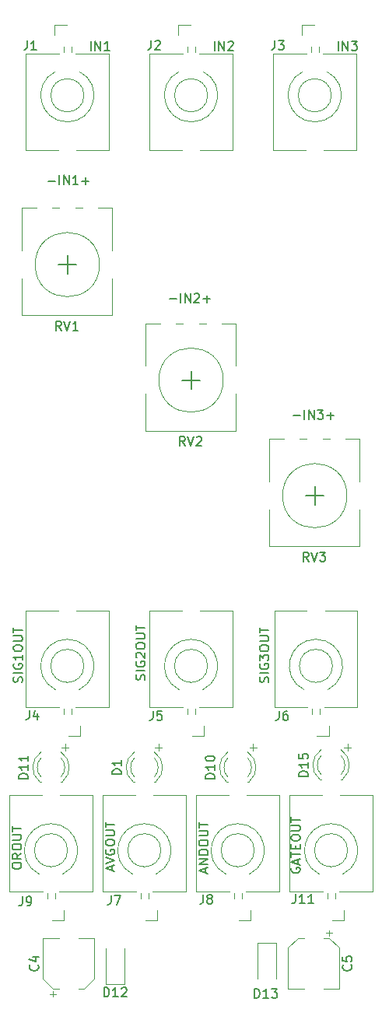
<source format=gbr>
G04 #@! TF.GenerationSoftware,KiCad,Pcbnew,(5.1.0)-1*
G04 #@! TF.CreationDate,2019-10-23T13:14:03-05:00*
G04 #@! TF.ProjectId,logiverter,6c6f6769-7665-4727-9465-722e6b696361,rev?*
G04 #@! TF.SameCoordinates,Original*
G04 #@! TF.FileFunction,Legend,Top*
G04 #@! TF.FilePolarity,Positive*
%FSLAX46Y46*%
G04 Gerber Fmt 4.6, Leading zero omitted, Abs format (unit mm)*
G04 Created by KiCad (PCBNEW (5.1.0)-1) date 2019-10-23 13:14:03*
%MOMM*%
%LPD*%
G04 APERTURE LIST*
%ADD10C,0.150000*%
%ADD11C,0.120000*%
%ADD12C,0.100000*%
G04 APERTURE END LIST*
D10*
X107616904Y-138501428D02*
X108378809Y-138501428D01*
X108855000Y-138882380D02*
X108855000Y-137882380D01*
X109331190Y-138882380D02*
X109331190Y-137882380D01*
X109902619Y-138882380D01*
X109902619Y-137882380D01*
X110283571Y-137882380D02*
X110902619Y-137882380D01*
X110569285Y-138263333D01*
X110712142Y-138263333D01*
X110807380Y-138310952D01*
X110855000Y-138358571D01*
X110902619Y-138453809D01*
X110902619Y-138691904D01*
X110855000Y-138787142D01*
X110807380Y-138834761D01*
X110712142Y-138882380D01*
X110426428Y-138882380D01*
X110331190Y-138834761D01*
X110283571Y-138787142D01*
X111331190Y-138501428D02*
X112093095Y-138501428D01*
X111712142Y-138882380D02*
X111712142Y-138120476D01*
X80946904Y-112974428D02*
X81708809Y-112974428D01*
X82185000Y-113355380D02*
X82185000Y-112355380D01*
X82661190Y-113355380D02*
X82661190Y-112355380D01*
X83232619Y-113355380D01*
X83232619Y-112355380D01*
X84232619Y-113355380D02*
X83661190Y-113355380D01*
X83946904Y-113355380D02*
X83946904Y-112355380D01*
X83851666Y-112498238D01*
X83756428Y-112593476D01*
X83661190Y-112641095D01*
X84661190Y-112974428D02*
X85423095Y-112974428D01*
X85042142Y-113355380D02*
X85042142Y-112593476D01*
X94154904Y-125801428D02*
X94916809Y-125801428D01*
X95393000Y-126182380D02*
X95393000Y-125182380D01*
X95869190Y-126182380D02*
X95869190Y-125182380D01*
X96440619Y-126182380D01*
X96440619Y-125182380D01*
X96869190Y-125277619D02*
X96916809Y-125230000D01*
X97012047Y-125182380D01*
X97250142Y-125182380D01*
X97345380Y-125230000D01*
X97393000Y-125277619D01*
X97440619Y-125372857D01*
X97440619Y-125468095D01*
X97393000Y-125610952D01*
X96821571Y-126182380D01*
X97440619Y-126182380D01*
X97869190Y-125801428D02*
X98631095Y-125801428D01*
X98250142Y-126182380D02*
X98250142Y-125420476D01*
X112538000Y-98750380D02*
X112538000Y-97750380D01*
X113014190Y-98750380D02*
X113014190Y-97750380D01*
X113585619Y-98750380D01*
X113585619Y-97750380D01*
X113966571Y-97750380D02*
X114585619Y-97750380D01*
X114252285Y-98131333D01*
X114395142Y-98131333D01*
X114490380Y-98178952D01*
X114538000Y-98226571D01*
X114585619Y-98321809D01*
X114585619Y-98559904D01*
X114538000Y-98655142D01*
X114490380Y-98702761D01*
X114395142Y-98750380D01*
X114109428Y-98750380D01*
X114014190Y-98702761D01*
X113966571Y-98655142D01*
X99076000Y-98750380D02*
X99076000Y-97750380D01*
X99552190Y-98750380D02*
X99552190Y-97750380D01*
X100123619Y-98750380D01*
X100123619Y-97750380D01*
X100552190Y-97845619D02*
X100599809Y-97798000D01*
X100695047Y-97750380D01*
X100933142Y-97750380D01*
X101028380Y-97798000D01*
X101076000Y-97845619D01*
X101123619Y-97940857D01*
X101123619Y-98036095D01*
X101076000Y-98178952D01*
X100504571Y-98750380D01*
X101123619Y-98750380D01*
X85614000Y-98750380D02*
X85614000Y-97750380D01*
X86090190Y-98750380D02*
X86090190Y-97750380D01*
X86661619Y-98750380D01*
X86661619Y-97750380D01*
X87661619Y-98750380D02*
X87090190Y-98750380D01*
X87375904Y-98750380D02*
X87375904Y-97750380D01*
X87280666Y-97893238D01*
X87185428Y-97988476D01*
X87090190Y-98036095D01*
D11*
X113157000Y-174625000D02*
X113919000Y-174625000D01*
X113538000Y-174244000D02*
X113538000Y-175006000D01*
X102870000Y-174625000D02*
X103632000Y-174625000D01*
X103251000Y-174244000D02*
X103251000Y-175006000D01*
X92583000Y-174625000D02*
X93345000Y-174625000D01*
X92964000Y-174244000D02*
X92964000Y-175006000D01*
X82423000Y-174625000D02*
X83185000Y-174625000D01*
X82804000Y-174244000D02*
X82804000Y-175006000D01*
X105482000Y-99135000D02*
X105482000Y-109635000D01*
X114482000Y-99135000D02*
X114482000Y-109635000D01*
X108685737Y-101046423D02*
G75*
G03X109982000Y-106530000I1296263J-2588577D01*
G01*
X111278263Y-101046423D02*
G75*
G02X109982000Y-106530000I-1296263J-2588577D01*
G01*
X114482000Y-109635000D02*
X110982000Y-109635000D01*
X108982000Y-109635000D02*
X105482000Y-109635000D01*
X114482000Y-99135000D02*
X110882000Y-99135000D01*
X109082000Y-99135000D02*
X105482000Y-99135000D01*
X111782000Y-103635000D02*
G75*
G03X111782000Y-103635000I-1800000J0D01*
G01*
X109562000Y-98355000D02*
X109562000Y-98955000D01*
X110402000Y-98355000D02*
X110402000Y-98955000D01*
X108582000Y-95975000D02*
X108582000Y-97075000D01*
X108582000Y-95975000D02*
X109902000Y-95975000D01*
X114609000Y-170232000D02*
X114609000Y-159732000D01*
X105609000Y-170232000D02*
X105609000Y-159732000D01*
X111405263Y-168320577D02*
G75*
G03X110109000Y-162837000I-1296263J2588577D01*
G01*
X108812737Y-168320577D02*
G75*
G02X110109000Y-162837000I1296263J2588577D01*
G01*
X105609000Y-159732000D02*
X109109000Y-159732000D01*
X111109000Y-159732000D02*
X114609000Y-159732000D01*
X105609000Y-170232000D02*
X109209000Y-170232000D01*
X111009000Y-170232000D02*
X114609000Y-170232000D01*
X111909000Y-165732000D02*
G75*
G03X111909000Y-165732000I-1800000J0D01*
G01*
X110529000Y-171012000D02*
X110529000Y-170412000D01*
X109689000Y-171012000D02*
X109689000Y-170412000D01*
X111509000Y-173392000D02*
X111509000Y-172292000D01*
X111509000Y-173392000D02*
X110189000Y-173392000D01*
X97920000Y-173392000D02*
X96600000Y-173392000D01*
X97920000Y-173392000D02*
X97920000Y-172292000D01*
X96100000Y-171012000D02*
X96100000Y-170412000D01*
X96940000Y-171012000D02*
X96940000Y-170412000D01*
X98320000Y-165732000D02*
G75*
G03X98320000Y-165732000I-1800000J0D01*
G01*
X97420000Y-170232000D02*
X101020000Y-170232000D01*
X92020000Y-170232000D02*
X95620000Y-170232000D01*
X97520000Y-159732000D02*
X101020000Y-159732000D01*
X92020000Y-159732000D02*
X95520000Y-159732000D01*
X95223737Y-168320577D02*
G75*
G02X96520000Y-162837000I1296263J2588577D01*
G01*
X97816263Y-168320577D02*
G75*
G03X96520000Y-162837000I-1296263J2588577D01*
G01*
X92020000Y-170232000D02*
X92020000Y-159732000D01*
X101020000Y-170232000D02*
X101020000Y-159732000D01*
X116260000Y-190298000D02*
X116260000Y-179798000D01*
X107260000Y-190298000D02*
X107260000Y-179798000D01*
X113056263Y-188386577D02*
G75*
G03X111760000Y-182903000I-1296263J2588577D01*
G01*
X110463737Y-188386577D02*
G75*
G02X111760000Y-182903000I1296263J2588577D01*
G01*
X107260000Y-179798000D02*
X110760000Y-179798000D01*
X112760000Y-179798000D02*
X116260000Y-179798000D01*
X107260000Y-190298000D02*
X110860000Y-190298000D01*
X112660000Y-190298000D02*
X116260000Y-190298000D01*
X113560000Y-185798000D02*
G75*
G03X113560000Y-185798000I-1800000J0D01*
G01*
X112180000Y-191078000D02*
X112180000Y-190478000D01*
X111340000Y-191078000D02*
X111340000Y-190478000D01*
X113160000Y-193458000D02*
X113160000Y-192358000D01*
X113160000Y-193458000D02*
X111840000Y-193458000D01*
X112840000Y-178090000D02*
X112996000Y-178090000D01*
X110524000Y-178090000D02*
X110680000Y-178090000D01*
X112839837Y-175488870D02*
G75*
G02X112840000Y-177570961I-1079837J-1041130D01*
G01*
X110680163Y-175488870D02*
G75*
G03X110680000Y-177570961I1079837J-1041130D01*
G01*
X112838608Y-174857665D02*
G75*
G02X112995516Y-178090000I-1078608J-1672335D01*
G01*
X110681392Y-174857665D02*
G75*
G03X110524484Y-178090000I1078608J-1672335D01*
G01*
X114842000Y-148691600D02*
X114842000Y-152708000D01*
X105042000Y-141058000D02*
X105042000Y-145643600D01*
X105042000Y-148691600D02*
X105042000Y-152708000D01*
D12*
X113482000Y-147208000D02*
G75*
G03X113482000Y-147208000I-3500000J0D01*
G01*
D11*
X114842000Y-141058000D02*
X114842000Y-145643600D01*
X114842000Y-141058000D02*
X113342000Y-141058000D01*
X111592000Y-141058000D02*
X110833000Y-141058000D01*
X109101000Y-141058000D02*
X108342000Y-141058000D01*
X106592000Y-141058000D02*
X105042000Y-141058000D01*
X114842000Y-152708000D02*
X105042000Y-152708000D01*
D10*
X109982000Y-147208000D02*
X109982000Y-148208000D01*
X109982000Y-147208000D02*
X110982000Y-147208000D01*
X109982000Y-147208000D02*
X109982000Y-146208000D01*
X109982000Y-147208000D02*
X108982000Y-147208000D01*
D11*
X101380000Y-136118600D02*
X101380000Y-140135000D01*
X91580000Y-128485000D02*
X91580000Y-133070600D01*
X91580000Y-136118600D02*
X91580000Y-140135000D01*
D12*
X100020000Y-134635000D02*
G75*
G03X100020000Y-134635000I-3500000J0D01*
G01*
D11*
X101380000Y-128485000D02*
X101380000Y-133070600D01*
X101380000Y-128485000D02*
X99880000Y-128485000D01*
X98130000Y-128485000D02*
X97371000Y-128485000D01*
X95639000Y-128485000D02*
X94880000Y-128485000D01*
X93130000Y-128485000D02*
X91580000Y-128485000D01*
X101380000Y-140135000D02*
X91580000Y-140135000D01*
D10*
X96520000Y-134635000D02*
X96520000Y-135635000D01*
X96520000Y-134635000D02*
X97520000Y-134635000D01*
X96520000Y-134635000D02*
X96520000Y-133635000D01*
X96520000Y-134635000D02*
X95520000Y-134635000D01*
D11*
X87918000Y-123545600D02*
X87918000Y-127562000D01*
X78118000Y-115912000D02*
X78118000Y-120497600D01*
X78118000Y-123545600D02*
X78118000Y-127562000D01*
D12*
X86558000Y-122062000D02*
G75*
G03X86558000Y-122062000I-3500000J0D01*
G01*
D11*
X87918000Y-115912000D02*
X87918000Y-120497600D01*
X87918000Y-115912000D02*
X86418000Y-115912000D01*
X84668000Y-115912000D02*
X83909000Y-115912000D01*
X82177000Y-115912000D02*
X81418000Y-115912000D01*
X79668000Y-115912000D02*
X78118000Y-115912000D01*
X87918000Y-127562000D02*
X78118000Y-127562000D01*
D10*
X83058000Y-122062000D02*
X83058000Y-123062000D01*
X83058000Y-122062000D02*
X84058000Y-122062000D01*
X83058000Y-122062000D02*
X83058000Y-121062000D01*
X83058000Y-122062000D02*
X82058000Y-122062000D01*
D11*
X85780000Y-190298000D02*
X85780000Y-179798000D01*
X76780000Y-190298000D02*
X76780000Y-179798000D01*
X82576263Y-188386577D02*
G75*
G03X81280000Y-182903000I-1296263J2588577D01*
G01*
X79983737Y-188386577D02*
G75*
G02X81280000Y-182903000I1296263J2588577D01*
G01*
X76780000Y-179798000D02*
X80280000Y-179798000D01*
X82280000Y-179798000D02*
X85780000Y-179798000D01*
X76780000Y-190298000D02*
X80380000Y-190298000D01*
X82180000Y-190298000D02*
X85780000Y-190298000D01*
X83080000Y-185798000D02*
G75*
G03X83080000Y-185798000I-1800000J0D01*
G01*
X81700000Y-191078000D02*
X81700000Y-190478000D01*
X80860000Y-191078000D02*
X80860000Y-190478000D01*
X82680000Y-193458000D02*
X82680000Y-192358000D01*
X82680000Y-193458000D02*
X81360000Y-193458000D01*
X103000000Y-193458000D02*
X101680000Y-193458000D01*
X103000000Y-193458000D02*
X103000000Y-192358000D01*
X101180000Y-191078000D02*
X101180000Y-190478000D01*
X102020000Y-191078000D02*
X102020000Y-190478000D01*
X103400000Y-185798000D02*
G75*
G03X103400000Y-185798000I-1800000J0D01*
G01*
X102500000Y-190298000D02*
X106100000Y-190298000D01*
X97100000Y-190298000D02*
X100700000Y-190298000D01*
X102600000Y-179798000D02*
X106100000Y-179798000D01*
X97100000Y-179798000D02*
X100600000Y-179798000D01*
X100303737Y-188386577D02*
G75*
G02X101600000Y-182903000I1296263J2588577D01*
G01*
X102896263Y-188386577D02*
G75*
G03X101600000Y-182903000I-1296263J2588577D01*
G01*
X97100000Y-190298000D02*
X97100000Y-179798000D01*
X106100000Y-190298000D02*
X106100000Y-179798000D01*
X95940000Y-190298000D02*
X95940000Y-179798000D01*
X86940000Y-190298000D02*
X86940000Y-179798000D01*
X92736263Y-188386577D02*
G75*
G03X91440000Y-182903000I-1296263J2588577D01*
G01*
X90143737Y-188386577D02*
G75*
G02X91440000Y-182903000I1296263J2588577D01*
G01*
X86940000Y-179798000D02*
X90440000Y-179798000D01*
X92440000Y-179798000D02*
X95940000Y-179798000D01*
X86940000Y-190298000D02*
X90540000Y-190298000D01*
X92340000Y-190298000D02*
X95940000Y-190298000D01*
X93240000Y-185798000D02*
G75*
G03X93240000Y-185798000I-1800000J0D01*
G01*
X91860000Y-191078000D02*
X91860000Y-190478000D01*
X91020000Y-191078000D02*
X91020000Y-190478000D01*
X92840000Y-193458000D02*
X92840000Y-192358000D01*
X92840000Y-193458000D02*
X91520000Y-193458000D01*
X84458000Y-173392000D02*
X83138000Y-173392000D01*
X84458000Y-173392000D02*
X84458000Y-172292000D01*
X82638000Y-171012000D02*
X82638000Y-170412000D01*
X83478000Y-171012000D02*
X83478000Y-170412000D01*
X84858000Y-165732000D02*
G75*
G03X84858000Y-165732000I-1800000J0D01*
G01*
X83958000Y-170232000D02*
X87558000Y-170232000D01*
X78558000Y-170232000D02*
X82158000Y-170232000D01*
X84058000Y-159732000D02*
X87558000Y-159732000D01*
X78558000Y-159732000D02*
X82058000Y-159732000D01*
X81761737Y-168320577D02*
G75*
G02X83058000Y-162837000I1296263J2588577D01*
G01*
X84354263Y-168320577D02*
G75*
G03X83058000Y-162837000I-1296263J2588577D01*
G01*
X78558000Y-170232000D02*
X78558000Y-159732000D01*
X87558000Y-170232000D02*
X87558000Y-159732000D01*
X92020000Y-99135000D02*
X92020000Y-109635000D01*
X101020000Y-99135000D02*
X101020000Y-109635000D01*
X95223737Y-101046423D02*
G75*
G03X96520000Y-106530000I1296263J-2588577D01*
G01*
X97816263Y-101046423D02*
G75*
G02X96520000Y-106530000I-1296263J-2588577D01*
G01*
X101020000Y-109635000D02*
X97520000Y-109635000D01*
X95520000Y-109635000D02*
X92020000Y-109635000D01*
X101020000Y-99135000D02*
X97420000Y-99135000D01*
X95620000Y-99135000D02*
X92020000Y-99135000D01*
X98320000Y-103635000D02*
G75*
G03X98320000Y-103635000I-1800000J0D01*
G01*
X96100000Y-98355000D02*
X96100000Y-98955000D01*
X96940000Y-98355000D02*
X96940000Y-98955000D01*
X95120000Y-95975000D02*
X95120000Y-97075000D01*
X95120000Y-95975000D02*
X96440000Y-95975000D01*
X78558000Y-99135000D02*
X78558000Y-109635000D01*
X87558000Y-99135000D02*
X87558000Y-109635000D01*
X81761737Y-101046423D02*
G75*
G03X83058000Y-106530000I1296263J-2588577D01*
G01*
X84354263Y-101046423D02*
G75*
G02X83058000Y-106530000I-1296263J-2588577D01*
G01*
X87558000Y-109635000D02*
X84058000Y-109635000D01*
X82058000Y-109635000D02*
X78558000Y-109635000D01*
X87558000Y-99135000D02*
X83958000Y-99135000D01*
X82158000Y-99135000D02*
X78558000Y-99135000D01*
X84858000Y-103635000D02*
G75*
G03X84858000Y-103635000I-1800000J0D01*
G01*
X82638000Y-98355000D02*
X82638000Y-98955000D01*
X83478000Y-98355000D02*
X83478000Y-98955000D01*
X81658000Y-95975000D02*
X81658000Y-97075000D01*
X81658000Y-95975000D02*
X82978000Y-95975000D01*
X105775000Y-195870000D02*
X105775000Y-199770000D01*
X103775000Y-195870000D02*
X103775000Y-199770000D01*
X105775000Y-195870000D02*
X103775000Y-195870000D01*
X87265000Y-200370000D02*
X87265000Y-196470000D01*
X89265000Y-200370000D02*
X89265000Y-196470000D01*
X87265000Y-200370000D02*
X89265000Y-200370000D01*
X82360000Y-178344000D02*
X82516000Y-178344000D01*
X80044000Y-178344000D02*
X80200000Y-178344000D01*
X82359837Y-175742870D02*
G75*
G02X82360000Y-177824961I-1079837J-1041130D01*
G01*
X80200163Y-175742870D02*
G75*
G03X80200000Y-177824961I1079837J-1041130D01*
G01*
X82358608Y-175111665D02*
G75*
G02X82515516Y-178344000I-1078608J-1672335D01*
G01*
X80201392Y-175111665D02*
G75*
G03X80044484Y-178344000I1078608J-1672335D01*
G01*
X100521392Y-175111665D02*
G75*
G03X100364484Y-178344000I1078608J-1672335D01*
G01*
X102678608Y-175111665D02*
G75*
G02X102835516Y-178344000I-1078608J-1672335D01*
G01*
X100520163Y-175742870D02*
G75*
G03X100520000Y-177824961I1079837J-1041130D01*
G01*
X102679837Y-175742870D02*
G75*
G02X102680000Y-177824961I-1079837J-1041130D01*
G01*
X100364000Y-178344000D02*
X100520000Y-178344000D01*
X102680000Y-178344000D02*
X102836000Y-178344000D01*
X92520000Y-178344000D02*
X92676000Y-178344000D01*
X90204000Y-178344000D02*
X90360000Y-178344000D01*
X92519837Y-175742870D02*
G75*
G02X92520000Y-177824961I-1079837J-1041130D01*
G01*
X90360163Y-175742870D02*
G75*
G03X90360000Y-177824961I1079837J-1041130D01*
G01*
X92518608Y-175111665D02*
G75*
G02X92675516Y-178344000I-1078608J-1672335D01*
G01*
X90361392Y-175111665D02*
G75*
G03X90204484Y-178344000I1078608J-1672335D01*
G01*
X111852500Y-194807500D02*
X111227500Y-194807500D01*
X111540000Y-194495000D02*
X111540000Y-195120000D01*
X108159437Y-195360000D02*
X107095000Y-196424437D01*
X111550563Y-195360000D02*
X112615000Y-196424437D01*
X111550563Y-195360000D02*
X110915000Y-195360000D01*
X108159437Y-195360000D02*
X108795000Y-195360000D01*
X107095000Y-196424437D02*
X107095000Y-200880000D01*
X112615000Y-196424437D02*
X112615000Y-200880000D01*
X112615000Y-200880000D02*
X110915000Y-200880000D01*
X107095000Y-200880000D02*
X108795000Y-200880000D01*
X81187500Y-201432500D02*
X81812500Y-201432500D01*
X81500000Y-201745000D02*
X81500000Y-201120000D01*
X84880563Y-200880000D02*
X85945000Y-199815563D01*
X81489437Y-200880000D02*
X80425000Y-199815563D01*
X81489437Y-200880000D02*
X82125000Y-200880000D01*
X84880563Y-200880000D02*
X84245000Y-200880000D01*
X85945000Y-199815563D02*
X85945000Y-195360000D01*
X80425000Y-199815563D02*
X80425000Y-195360000D01*
X80425000Y-195360000D02*
X82125000Y-195360000D01*
X85945000Y-195360000D02*
X84245000Y-195360000D01*
D10*
X105618666Y-97687380D02*
X105618666Y-98401666D01*
X105571047Y-98544523D01*
X105475809Y-98639761D01*
X105332952Y-98687380D01*
X105237714Y-98687380D01*
X105999619Y-97687380D02*
X106618666Y-97687380D01*
X106285333Y-98068333D01*
X106428190Y-98068333D01*
X106523428Y-98115952D01*
X106571047Y-98163571D01*
X106618666Y-98258809D01*
X106618666Y-98496904D01*
X106571047Y-98592142D01*
X106523428Y-98639761D01*
X106428190Y-98687380D01*
X106142476Y-98687380D01*
X106047238Y-98639761D01*
X105999619Y-98592142D01*
X106092666Y-170648380D02*
X106092666Y-171362666D01*
X106045047Y-171505523D01*
X105949809Y-171600761D01*
X105806952Y-171648380D01*
X105711714Y-171648380D01*
X106997428Y-170648380D02*
X106806952Y-170648380D01*
X106711714Y-170696000D01*
X106664095Y-170743619D01*
X106568857Y-170886476D01*
X106521238Y-171076952D01*
X106521238Y-171457904D01*
X106568857Y-171553142D01*
X106616476Y-171600761D01*
X106711714Y-171648380D01*
X106902190Y-171648380D01*
X106997428Y-171600761D01*
X107045047Y-171553142D01*
X107092666Y-171457904D01*
X107092666Y-171219809D01*
X107045047Y-171124571D01*
X106997428Y-171076952D01*
X106902190Y-171029333D01*
X106711714Y-171029333D01*
X106616476Y-171076952D01*
X106568857Y-171124571D01*
X106521238Y-171219809D01*
X104925761Y-167520571D02*
X104973380Y-167377714D01*
X104973380Y-167139619D01*
X104925761Y-167044380D01*
X104878142Y-166996761D01*
X104782904Y-166949142D01*
X104687666Y-166949142D01*
X104592428Y-166996761D01*
X104544809Y-167044380D01*
X104497190Y-167139619D01*
X104449571Y-167330095D01*
X104401952Y-167425333D01*
X104354333Y-167472952D01*
X104259095Y-167520571D01*
X104163857Y-167520571D01*
X104068619Y-167472952D01*
X104021000Y-167425333D01*
X103973380Y-167330095D01*
X103973380Y-167092000D01*
X104021000Y-166949142D01*
X104973380Y-166520571D02*
X103973380Y-166520571D01*
X104021000Y-165520571D02*
X103973380Y-165615809D01*
X103973380Y-165758666D01*
X104021000Y-165901523D01*
X104116238Y-165996761D01*
X104211476Y-166044380D01*
X104401952Y-166092000D01*
X104544809Y-166092000D01*
X104735285Y-166044380D01*
X104830523Y-165996761D01*
X104925761Y-165901523D01*
X104973380Y-165758666D01*
X104973380Y-165663428D01*
X104925761Y-165520571D01*
X104878142Y-165472952D01*
X104544809Y-165472952D01*
X104544809Y-165663428D01*
X103973380Y-165139619D02*
X103973380Y-164520571D01*
X104354333Y-164853904D01*
X104354333Y-164711047D01*
X104401952Y-164615809D01*
X104449571Y-164568190D01*
X104544809Y-164520571D01*
X104782904Y-164520571D01*
X104878142Y-164568190D01*
X104925761Y-164615809D01*
X104973380Y-164711047D01*
X104973380Y-164996761D01*
X104925761Y-165092000D01*
X104878142Y-165139619D01*
X103973380Y-163901523D02*
X103973380Y-163711047D01*
X104021000Y-163615809D01*
X104116238Y-163520571D01*
X104306714Y-163472952D01*
X104640047Y-163472952D01*
X104830523Y-163520571D01*
X104925761Y-163615809D01*
X104973380Y-163711047D01*
X104973380Y-163901523D01*
X104925761Y-163996761D01*
X104830523Y-164092000D01*
X104640047Y-164139619D01*
X104306714Y-164139619D01*
X104116238Y-164092000D01*
X104021000Y-163996761D01*
X103973380Y-163901523D01*
X103973380Y-163044380D02*
X104782904Y-163044380D01*
X104878142Y-162996761D01*
X104925761Y-162949142D01*
X104973380Y-162853904D01*
X104973380Y-162663428D01*
X104925761Y-162568190D01*
X104878142Y-162520571D01*
X104782904Y-162472952D01*
X103973380Y-162472952D01*
X103973380Y-162139619D02*
X103973380Y-161568190D01*
X104973380Y-161853904D02*
X103973380Y-161853904D01*
X92376666Y-170648380D02*
X92376666Y-171362666D01*
X92329047Y-171505523D01*
X92233809Y-171600761D01*
X92090952Y-171648380D01*
X91995714Y-171648380D01*
X93329047Y-170648380D02*
X92852857Y-170648380D01*
X92805238Y-171124571D01*
X92852857Y-171076952D01*
X92948095Y-171029333D01*
X93186190Y-171029333D01*
X93281428Y-171076952D01*
X93329047Y-171124571D01*
X93376666Y-171219809D01*
X93376666Y-171457904D01*
X93329047Y-171553142D01*
X93281428Y-171600761D01*
X93186190Y-171648380D01*
X92948095Y-171648380D01*
X92852857Y-171600761D01*
X92805238Y-171553142D01*
X91463761Y-167266571D02*
X91511380Y-167123714D01*
X91511380Y-166885619D01*
X91463761Y-166790380D01*
X91416142Y-166742761D01*
X91320904Y-166695142D01*
X91225666Y-166695142D01*
X91130428Y-166742761D01*
X91082809Y-166790380D01*
X91035190Y-166885619D01*
X90987571Y-167076095D01*
X90939952Y-167171333D01*
X90892333Y-167218952D01*
X90797095Y-167266571D01*
X90701857Y-167266571D01*
X90606619Y-167218952D01*
X90559000Y-167171333D01*
X90511380Y-167076095D01*
X90511380Y-166838000D01*
X90559000Y-166695142D01*
X91511380Y-166266571D02*
X90511380Y-166266571D01*
X90559000Y-165266571D02*
X90511380Y-165361809D01*
X90511380Y-165504666D01*
X90559000Y-165647523D01*
X90654238Y-165742761D01*
X90749476Y-165790380D01*
X90939952Y-165838000D01*
X91082809Y-165838000D01*
X91273285Y-165790380D01*
X91368523Y-165742761D01*
X91463761Y-165647523D01*
X91511380Y-165504666D01*
X91511380Y-165409428D01*
X91463761Y-165266571D01*
X91416142Y-165218952D01*
X91082809Y-165218952D01*
X91082809Y-165409428D01*
X90606619Y-164838000D02*
X90559000Y-164790380D01*
X90511380Y-164695142D01*
X90511380Y-164457047D01*
X90559000Y-164361809D01*
X90606619Y-164314190D01*
X90701857Y-164266571D01*
X90797095Y-164266571D01*
X90939952Y-164314190D01*
X91511380Y-164885619D01*
X91511380Y-164266571D01*
X90511380Y-163647523D02*
X90511380Y-163457047D01*
X90559000Y-163361809D01*
X90654238Y-163266571D01*
X90844714Y-163218952D01*
X91178047Y-163218952D01*
X91368523Y-163266571D01*
X91463761Y-163361809D01*
X91511380Y-163457047D01*
X91511380Y-163647523D01*
X91463761Y-163742761D01*
X91368523Y-163838000D01*
X91178047Y-163885619D01*
X90844714Y-163885619D01*
X90654238Y-163838000D01*
X90559000Y-163742761D01*
X90511380Y-163647523D01*
X90511380Y-162790380D02*
X91320904Y-162790380D01*
X91416142Y-162742761D01*
X91463761Y-162695142D01*
X91511380Y-162599904D01*
X91511380Y-162409428D01*
X91463761Y-162314190D01*
X91416142Y-162266571D01*
X91320904Y-162218952D01*
X90511380Y-162218952D01*
X90511380Y-161885619D02*
X90511380Y-161314190D01*
X91511380Y-161599904D02*
X90511380Y-161599904D01*
X107902476Y-190587380D02*
X107902476Y-191301666D01*
X107854857Y-191444523D01*
X107759619Y-191539761D01*
X107616761Y-191587380D01*
X107521523Y-191587380D01*
X108902476Y-191587380D02*
X108331047Y-191587380D01*
X108616761Y-191587380D02*
X108616761Y-190587380D01*
X108521523Y-190730238D01*
X108426285Y-190825476D01*
X108331047Y-190873095D01*
X109854857Y-191587380D02*
X109283428Y-191587380D01*
X109569142Y-191587380D02*
X109569142Y-190587380D01*
X109473904Y-190730238D01*
X109378666Y-190825476D01*
X109283428Y-190873095D01*
X107450000Y-187721571D02*
X107402380Y-187816809D01*
X107402380Y-187959666D01*
X107450000Y-188102523D01*
X107545238Y-188197761D01*
X107640476Y-188245380D01*
X107830952Y-188293000D01*
X107973809Y-188293000D01*
X108164285Y-188245380D01*
X108259523Y-188197761D01*
X108354761Y-188102523D01*
X108402380Y-187959666D01*
X108402380Y-187864428D01*
X108354761Y-187721571D01*
X108307142Y-187673952D01*
X107973809Y-187673952D01*
X107973809Y-187864428D01*
X108116666Y-187293000D02*
X108116666Y-186816809D01*
X108402380Y-187388238D02*
X107402380Y-187054904D01*
X108402380Y-186721571D01*
X107402380Y-186531095D02*
X107402380Y-185959666D01*
X108402380Y-186245380D02*
X107402380Y-186245380D01*
X107878571Y-185626333D02*
X107878571Y-185293000D01*
X108402380Y-185150142D02*
X108402380Y-185626333D01*
X107402380Y-185626333D01*
X107402380Y-185150142D01*
X107402380Y-184531095D02*
X107402380Y-184340619D01*
X107450000Y-184245380D01*
X107545238Y-184150142D01*
X107735714Y-184102523D01*
X108069047Y-184102523D01*
X108259523Y-184150142D01*
X108354761Y-184245380D01*
X108402380Y-184340619D01*
X108402380Y-184531095D01*
X108354761Y-184626333D01*
X108259523Y-184721571D01*
X108069047Y-184769190D01*
X107735714Y-184769190D01*
X107545238Y-184721571D01*
X107450000Y-184626333D01*
X107402380Y-184531095D01*
X107402380Y-183673952D02*
X108211904Y-183673952D01*
X108307142Y-183626333D01*
X108354761Y-183578714D01*
X108402380Y-183483476D01*
X108402380Y-183293000D01*
X108354761Y-183197761D01*
X108307142Y-183150142D01*
X108211904Y-183102523D01*
X107402380Y-183102523D01*
X107402380Y-182769190D02*
X107402380Y-182197761D01*
X108402380Y-182483476D02*
X107402380Y-182483476D01*
X109252380Y-177744285D02*
X108252380Y-177744285D01*
X108252380Y-177506190D01*
X108300000Y-177363333D01*
X108395238Y-177268095D01*
X108490476Y-177220476D01*
X108680952Y-177172857D01*
X108823809Y-177172857D01*
X109014285Y-177220476D01*
X109109523Y-177268095D01*
X109204761Y-177363333D01*
X109252380Y-177506190D01*
X109252380Y-177744285D01*
X109252380Y-176220476D02*
X109252380Y-176791904D01*
X109252380Y-176506190D02*
X108252380Y-176506190D01*
X108395238Y-176601428D01*
X108490476Y-176696666D01*
X108538095Y-176791904D01*
X108252380Y-175315714D02*
X108252380Y-175791904D01*
X108728571Y-175839523D01*
X108680952Y-175791904D01*
X108633333Y-175696666D01*
X108633333Y-175458571D01*
X108680952Y-175363333D01*
X108728571Y-175315714D01*
X108823809Y-175268095D01*
X109061904Y-175268095D01*
X109157142Y-175315714D01*
X109204761Y-175363333D01*
X109252380Y-175458571D01*
X109252380Y-175696666D01*
X109204761Y-175791904D01*
X109157142Y-175839523D01*
X109346761Y-154360380D02*
X109013428Y-153884190D01*
X108775333Y-154360380D02*
X108775333Y-153360380D01*
X109156285Y-153360380D01*
X109251523Y-153408000D01*
X109299142Y-153455619D01*
X109346761Y-153550857D01*
X109346761Y-153693714D01*
X109299142Y-153788952D01*
X109251523Y-153836571D01*
X109156285Y-153884190D01*
X108775333Y-153884190D01*
X109632476Y-153360380D02*
X109965809Y-154360380D01*
X110299142Y-153360380D01*
X110537238Y-153360380D02*
X111156285Y-153360380D01*
X110822952Y-153741333D01*
X110965809Y-153741333D01*
X111061047Y-153788952D01*
X111108666Y-153836571D01*
X111156285Y-153931809D01*
X111156285Y-154169904D01*
X111108666Y-154265142D01*
X111061047Y-154312761D01*
X110965809Y-154360380D01*
X110680095Y-154360380D01*
X110584857Y-154312761D01*
X110537238Y-154265142D01*
X95884761Y-141787380D02*
X95551428Y-141311190D01*
X95313333Y-141787380D02*
X95313333Y-140787380D01*
X95694285Y-140787380D01*
X95789523Y-140835000D01*
X95837142Y-140882619D01*
X95884761Y-140977857D01*
X95884761Y-141120714D01*
X95837142Y-141215952D01*
X95789523Y-141263571D01*
X95694285Y-141311190D01*
X95313333Y-141311190D01*
X96170476Y-140787380D02*
X96503809Y-141787380D01*
X96837142Y-140787380D01*
X97122857Y-140882619D02*
X97170476Y-140835000D01*
X97265714Y-140787380D01*
X97503809Y-140787380D01*
X97599047Y-140835000D01*
X97646666Y-140882619D01*
X97694285Y-140977857D01*
X97694285Y-141073095D01*
X97646666Y-141215952D01*
X97075238Y-141787380D01*
X97694285Y-141787380D01*
X82422761Y-129214380D02*
X82089428Y-128738190D01*
X81851333Y-129214380D02*
X81851333Y-128214380D01*
X82232285Y-128214380D01*
X82327523Y-128262000D01*
X82375142Y-128309619D01*
X82422761Y-128404857D01*
X82422761Y-128547714D01*
X82375142Y-128642952D01*
X82327523Y-128690571D01*
X82232285Y-128738190D01*
X81851333Y-128738190D01*
X82708476Y-128214380D02*
X83041809Y-129214380D01*
X83375142Y-128214380D01*
X84232285Y-129214380D02*
X83660857Y-129214380D01*
X83946571Y-129214380D02*
X83946571Y-128214380D01*
X83851333Y-128357238D01*
X83756095Y-128452476D01*
X83660857Y-128500095D01*
X78152666Y-190841380D02*
X78152666Y-191555666D01*
X78105047Y-191698523D01*
X78009809Y-191793761D01*
X77866952Y-191841380D01*
X77771714Y-191841380D01*
X78676476Y-191841380D02*
X78866952Y-191841380D01*
X78962190Y-191793761D01*
X79009809Y-191746142D01*
X79105047Y-191603285D01*
X79152666Y-191412809D01*
X79152666Y-191031857D01*
X79105047Y-190936619D01*
X79057428Y-190889000D01*
X78962190Y-190841380D01*
X78771714Y-190841380D01*
X78676476Y-190889000D01*
X78628857Y-190936619D01*
X78581238Y-191031857D01*
X78581238Y-191269952D01*
X78628857Y-191365190D01*
X78676476Y-191412809D01*
X78771714Y-191460428D01*
X78962190Y-191460428D01*
X79057428Y-191412809D01*
X79105047Y-191365190D01*
X79152666Y-191269952D01*
X77049380Y-187570809D02*
X77049380Y-187380333D01*
X77097000Y-187285095D01*
X77192238Y-187189857D01*
X77382714Y-187142238D01*
X77716047Y-187142238D01*
X77906523Y-187189857D01*
X78001761Y-187285095D01*
X78049380Y-187380333D01*
X78049380Y-187570809D01*
X78001761Y-187666047D01*
X77906523Y-187761285D01*
X77716047Y-187808904D01*
X77382714Y-187808904D01*
X77192238Y-187761285D01*
X77097000Y-187666047D01*
X77049380Y-187570809D01*
X78049380Y-186142238D02*
X77573190Y-186475571D01*
X78049380Y-186713666D02*
X77049380Y-186713666D01*
X77049380Y-186332714D01*
X77097000Y-186237476D01*
X77144619Y-186189857D01*
X77239857Y-186142238D01*
X77382714Y-186142238D01*
X77477952Y-186189857D01*
X77525571Y-186237476D01*
X77573190Y-186332714D01*
X77573190Y-186713666D01*
X77049380Y-185523190D02*
X77049380Y-185332714D01*
X77097000Y-185237476D01*
X77192238Y-185142238D01*
X77382714Y-185094619D01*
X77716047Y-185094619D01*
X77906523Y-185142238D01*
X78001761Y-185237476D01*
X78049380Y-185332714D01*
X78049380Y-185523190D01*
X78001761Y-185618428D01*
X77906523Y-185713666D01*
X77716047Y-185761285D01*
X77382714Y-185761285D01*
X77192238Y-185713666D01*
X77097000Y-185618428D01*
X77049380Y-185523190D01*
X77049380Y-184666047D02*
X77858904Y-184666047D01*
X77954142Y-184618428D01*
X78001761Y-184570809D01*
X78049380Y-184475571D01*
X78049380Y-184285095D01*
X78001761Y-184189857D01*
X77954142Y-184142238D01*
X77858904Y-184094619D01*
X77049380Y-184094619D01*
X77049380Y-183761285D02*
X77049380Y-183189857D01*
X78049380Y-183475571D02*
X77049380Y-183475571D01*
X97837666Y-190650380D02*
X97837666Y-191364666D01*
X97790047Y-191507523D01*
X97694809Y-191602761D01*
X97551952Y-191650380D01*
X97456714Y-191650380D01*
X98456714Y-191078952D02*
X98361476Y-191031333D01*
X98313857Y-190983714D01*
X98266238Y-190888476D01*
X98266238Y-190840857D01*
X98313857Y-190745619D01*
X98361476Y-190698000D01*
X98456714Y-190650380D01*
X98647190Y-190650380D01*
X98742428Y-190698000D01*
X98790047Y-190745619D01*
X98837666Y-190840857D01*
X98837666Y-190888476D01*
X98790047Y-190983714D01*
X98742428Y-191031333D01*
X98647190Y-191078952D01*
X98456714Y-191078952D01*
X98361476Y-191126571D01*
X98313857Y-191174190D01*
X98266238Y-191269428D01*
X98266238Y-191459904D01*
X98313857Y-191555142D01*
X98361476Y-191602761D01*
X98456714Y-191650380D01*
X98647190Y-191650380D01*
X98742428Y-191602761D01*
X98790047Y-191555142D01*
X98837666Y-191459904D01*
X98837666Y-191269428D01*
X98790047Y-191174190D01*
X98742428Y-191126571D01*
X98647190Y-191078952D01*
X98083666Y-188237476D02*
X98083666Y-187761285D01*
X98369380Y-188332714D02*
X97369380Y-187999380D01*
X98369380Y-187666047D01*
X98369380Y-187332714D02*
X97369380Y-187332714D01*
X98369380Y-186761285D01*
X97369380Y-186761285D01*
X98369380Y-186285095D02*
X97369380Y-186285095D01*
X97369380Y-186047000D01*
X97417000Y-185904142D01*
X97512238Y-185808904D01*
X97607476Y-185761285D01*
X97797952Y-185713666D01*
X97940809Y-185713666D01*
X98131285Y-185761285D01*
X98226523Y-185808904D01*
X98321761Y-185904142D01*
X98369380Y-186047000D01*
X98369380Y-186285095D01*
X97369380Y-185094619D02*
X97369380Y-184904142D01*
X97417000Y-184808904D01*
X97512238Y-184713666D01*
X97702714Y-184666047D01*
X98036047Y-184666047D01*
X98226523Y-184713666D01*
X98321761Y-184808904D01*
X98369380Y-184904142D01*
X98369380Y-185094619D01*
X98321761Y-185189857D01*
X98226523Y-185285095D01*
X98036047Y-185332714D01*
X97702714Y-185332714D01*
X97512238Y-185285095D01*
X97417000Y-185189857D01*
X97369380Y-185094619D01*
X97369380Y-184237476D02*
X98178904Y-184237476D01*
X98274142Y-184189857D01*
X98321761Y-184142238D01*
X98369380Y-184047000D01*
X98369380Y-183856523D01*
X98321761Y-183761285D01*
X98274142Y-183713666D01*
X98178904Y-183666047D01*
X97369380Y-183666047D01*
X97369380Y-183332714D02*
X97369380Y-182761285D01*
X98369380Y-183047000D02*
X97369380Y-183047000D01*
X87804666Y-190714380D02*
X87804666Y-191428666D01*
X87757047Y-191571523D01*
X87661809Y-191666761D01*
X87518952Y-191714380D01*
X87423714Y-191714380D01*
X88185619Y-190714380D02*
X88852285Y-190714380D01*
X88423714Y-191714380D01*
X87923666Y-188015238D02*
X87923666Y-187539047D01*
X88209380Y-188110476D02*
X87209380Y-187777142D01*
X88209380Y-187443809D01*
X87209380Y-187253333D02*
X88209380Y-186920000D01*
X87209380Y-186586666D01*
X87257000Y-185729523D02*
X87209380Y-185824761D01*
X87209380Y-185967619D01*
X87257000Y-186110476D01*
X87352238Y-186205714D01*
X87447476Y-186253333D01*
X87637952Y-186300952D01*
X87780809Y-186300952D01*
X87971285Y-186253333D01*
X88066523Y-186205714D01*
X88161761Y-186110476D01*
X88209380Y-185967619D01*
X88209380Y-185872380D01*
X88161761Y-185729523D01*
X88114142Y-185681904D01*
X87780809Y-185681904D01*
X87780809Y-185872380D01*
X87209380Y-185062857D02*
X87209380Y-184872380D01*
X87257000Y-184777142D01*
X87352238Y-184681904D01*
X87542714Y-184634285D01*
X87876047Y-184634285D01*
X88066523Y-184681904D01*
X88161761Y-184777142D01*
X88209380Y-184872380D01*
X88209380Y-185062857D01*
X88161761Y-185158095D01*
X88066523Y-185253333D01*
X87876047Y-185300952D01*
X87542714Y-185300952D01*
X87352238Y-185253333D01*
X87257000Y-185158095D01*
X87209380Y-185062857D01*
X87209380Y-184205714D02*
X88018904Y-184205714D01*
X88114142Y-184158095D01*
X88161761Y-184110476D01*
X88209380Y-184015238D01*
X88209380Y-183824761D01*
X88161761Y-183729523D01*
X88114142Y-183681904D01*
X88018904Y-183634285D01*
X87209380Y-183634285D01*
X87209380Y-183300952D02*
X87209380Y-182729523D01*
X88209380Y-183015238D02*
X87209380Y-183015238D01*
X78914666Y-170584380D02*
X78914666Y-171298666D01*
X78867047Y-171441523D01*
X78771809Y-171536761D01*
X78628952Y-171584380D01*
X78533714Y-171584380D01*
X79819428Y-170917714D02*
X79819428Y-171584380D01*
X79581333Y-170536761D02*
X79343238Y-171251047D01*
X79962285Y-171251047D01*
X78128761Y-167520571D02*
X78176380Y-167377714D01*
X78176380Y-167139619D01*
X78128761Y-167044380D01*
X78081142Y-166996761D01*
X77985904Y-166949142D01*
X77890666Y-166949142D01*
X77795428Y-166996761D01*
X77747809Y-167044380D01*
X77700190Y-167139619D01*
X77652571Y-167330095D01*
X77604952Y-167425333D01*
X77557333Y-167472952D01*
X77462095Y-167520571D01*
X77366857Y-167520571D01*
X77271619Y-167472952D01*
X77224000Y-167425333D01*
X77176380Y-167330095D01*
X77176380Y-167092000D01*
X77224000Y-166949142D01*
X78176380Y-166520571D02*
X77176380Y-166520571D01*
X77224000Y-165520571D02*
X77176380Y-165615809D01*
X77176380Y-165758666D01*
X77224000Y-165901523D01*
X77319238Y-165996761D01*
X77414476Y-166044380D01*
X77604952Y-166092000D01*
X77747809Y-166092000D01*
X77938285Y-166044380D01*
X78033523Y-165996761D01*
X78128761Y-165901523D01*
X78176380Y-165758666D01*
X78176380Y-165663428D01*
X78128761Y-165520571D01*
X78081142Y-165472952D01*
X77747809Y-165472952D01*
X77747809Y-165663428D01*
X78176380Y-164520571D02*
X78176380Y-165092000D01*
X78176380Y-164806285D02*
X77176380Y-164806285D01*
X77319238Y-164901523D01*
X77414476Y-164996761D01*
X77462095Y-165092000D01*
X77176380Y-163901523D02*
X77176380Y-163711047D01*
X77224000Y-163615809D01*
X77319238Y-163520571D01*
X77509714Y-163472952D01*
X77843047Y-163472952D01*
X78033523Y-163520571D01*
X78128761Y-163615809D01*
X78176380Y-163711047D01*
X78176380Y-163901523D01*
X78128761Y-163996761D01*
X78033523Y-164092000D01*
X77843047Y-164139619D01*
X77509714Y-164139619D01*
X77319238Y-164092000D01*
X77224000Y-163996761D01*
X77176380Y-163901523D01*
X77176380Y-163044380D02*
X77985904Y-163044380D01*
X78081142Y-162996761D01*
X78128761Y-162949142D01*
X78176380Y-162853904D01*
X78176380Y-162663428D01*
X78128761Y-162568190D01*
X78081142Y-162520571D01*
X77985904Y-162472952D01*
X77176380Y-162472952D01*
X77176380Y-162139619D02*
X77176380Y-161568190D01*
X78176380Y-161853904D02*
X77176380Y-161853904D01*
X92156666Y-97687380D02*
X92156666Y-98401666D01*
X92109047Y-98544523D01*
X92013809Y-98639761D01*
X91870952Y-98687380D01*
X91775714Y-98687380D01*
X92585238Y-97782619D02*
X92632857Y-97735000D01*
X92728095Y-97687380D01*
X92966190Y-97687380D01*
X93061428Y-97735000D01*
X93109047Y-97782619D01*
X93156666Y-97877857D01*
X93156666Y-97973095D01*
X93109047Y-98115952D01*
X92537619Y-98687380D01*
X93156666Y-98687380D01*
X78694666Y-97687380D02*
X78694666Y-98401666D01*
X78647047Y-98544523D01*
X78551809Y-98639761D01*
X78408952Y-98687380D01*
X78313714Y-98687380D01*
X79694666Y-98687380D02*
X79123238Y-98687380D01*
X79408952Y-98687380D02*
X79408952Y-97687380D01*
X79313714Y-97830238D01*
X79218476Y-97925476D01*
X79123238Y-97973095D01*
X103433714Y-201874380D02*
X103433714Y-200874380D01*
X103671809Y-200874380D01*
X103814666Y-200922000D01*
X103909904Y-201017238D01*
X103957523Y-201112476D01*
X104005142Y-201302952D01*
X104005142Y-201445809D01*
X103957523Y-201636285D01*
X103909904Y-201731523D01*
X103814666Y-201826761D01*
X103671809Y-201874380D01*
X103433714Y-201874380D01*
X104957523Y-201874380D02*
X104386095Y-201874380D01*
X104671809Y-201874380D02*
X104671809Y-200874380D01*
X104576571Y-201017238D01*
X104481333Y-201112476D01*
X104386095Y-201160095D01*
X105290857Y-200874380D02*
X105909904Y-200874380D01*
X105576571Y-201255333D01*
X105719428Y-201255333D01*
X105814666Y-201302952D01*
X105862285Y-201350571D01*
X105909904Y-201445809D01*
X105909904Y-201683904D01*
X105862285Y-201779142D01*
X105814666Y-201826761D01*
X105719428Y-201874380D01*
X105433714Y-201874380D01*
X105338476Y-201826761D01*
X105290857Y-201779142D01*
X87050714Y-201747380D02*
X87050714Y-200747380D01*
X87288809Y-200747380D01*
X87431666Y-200795000D01*
X87526904Y-200890238D01*
X87574523Y-200985476D01*
X87622142Y-201175952D01*
X87622142Y-201318809D01*
X87574523Y-201509285D01*
X87526904Y-201604523D01*
X87431666Y-201699761D01*
X87288809Y-201747380D01*
X87050714Y-201747380D01*
X88574523Y-201747380D02*
X88003095Y-201747380D01*
X88288809Y-201747380D02*
X88288809Y-200747380D01*
X88193571Y-200890238D01*
X88098333Y-200985476D01*
X88003095Y-201033095D01*
X88955476Y-200842619D02*
X89003095Y-200795000D01*
X89098333Y-200747380D01*
X89336428Y-200747380D01*
X89431666Y-200795000D01*
X89479285Y-200842619D01*
X89526904Y-200937857D01*
X89526904Y-201033095D01*
X89479285Y-201175952D01*
X88907857Y-201747380D01*
X89526904Y-201747380D01*
X78772380Y-177998285D02*
X77772380Y-177998285D01*
X77772380Y-177760190D01*
X77820000Y-177617333D01*
X77915238Y-177522095D01*
X78010476Y-177474476D01*
X78200952Y-177426857D01*
X78343809Y-177426857D01*
X78534285Y-177474476D01*
X78629523Y-177522095D01*
X78724761Y-177617333D01*
X78772380Y-177760190D01*
X78772380Y-177998285D01*
X78772380Y-176474476D02*
X78772380Y-177045904D01*
X78772380Y-176760190D02*
X77772380Y-176760190D01*
X77915238Y-176855428D01*
X78010476Y-176950666D01*
X78058095Y-177045904D01*
X78772380Y-175522095D02*
X78772380Y-176093523D01*
X78772380Y-175807809D02*
X77772380Y-175807809D01*
X77915238Y-175903047D01*
X78010476Y-175998285D01*
X78058095Y-176093523D01*
X99092380Y-177998285D02*
X98092380Y-177998285D01*
X98092380Y-177760190D01*
X98140000Y-177617333D01*
X98235238Y-177522095D01*
X98330476Y-177474476D01*
X98520952Y-177426857D01*
X98663809Y-177426857D01*
X98854285Y-177474476D01*
X98949523Y-177522095D01*
X99044761Y-177617333D01*
X99092380Y-177760190D01*
X99092380Y-177998285D01*
X99092380Y-176474476D02*
X99092380Y-177045904D01*
X99092380Y-176760190D02*
X98092380Y-176760190D01*
X98235238Y-176855428D01*
X98330476Y-176950666D01*
X98378095Y-177045904D01*
X98092380Y-175855428D02*
X98092380Y-175760190D01*
X98140000Y-175664952D01*
X98187619Y-175617333D01*
X98282857Y-175569714D01*
X98473333Y-175522095D01*
X98711428Y-175522095D01*
X98901904Y-175569714D01*
X98997142Y-175617333D01*
X99044761Y-175664952D01*
X99092380Y-175760190D01*
X99092380Y-175855428D01*
X99044761Y-175950666D01*
X98997142Y-175998285D01*
X98901904Y-176045904D01*
X98711428Y-176093523D01*
X98473333Y-176093523D01*
X98282857Y-176045904D01*
X98187619Y-175998285D01*
X98140000Y-175950666D01*
X98092380Y-175855428D01*
X88932380Y-177522095D02*
X87932380Y-177522095D01*
X87932380Y-177284000D01*
X87980000Y-177141142D01*
X88075238Y-177045904D01*
X88170476Y-176998285D01*
X88360952Y-176950666D01*
X88503809Y-176950666D01*
X88694285Y-176998285D01*
X88789523Y-177045904D01*
X88884761Y-177141142D01*
X88932380Y-177284000D01*
X88932380Y-177522095D01*
X88932380Y-175998285D02*
X88932380Y-176569714D01*
X88932380Y-176284000D02*
X87932380Y-176284000D01*
X88075238Y-176379238D01*
X88170476Y-176474476D01*
X88218095Y-176569714D01*
X113912142Y-198286666D02*
X113959761Y-198334285D01*
X114007380Y-198477142D01*
X114007380Y-198572380D01*
X113959761Y-198715238D01*
X113864523Y-198810476D01*
X113769285Y-198858095D01*
X113578809Y-198905714D01*
X113435952Y-198905714D01*
X113245476Y-198858095D01*
X113150238Y-198810476D01*
X113055000Y-198715238D01*
X113007380Y-198572380D01*
X113007380Y-198477142D01*
X113055000Y-198334285D01*
X113102619Y-198286666D01*
X113007380Y-197381904D02*
X113007380Y-197858095D01*
X113483571Y-197905714D01*
X113435952Y-197858095D01*
X113388333Y-197762857D01*
X113388333Y-197524761D01*
X113435952Y-197429523D01*
X113483571Y-197381904D01*
X113578809Y-197334285D01*
X113816904Y-197334285D01*
X113912142Y-197381904D01*
X113959761Y-197429523D01*
X114007380Y-197524761D01*
X114007380Y-197762857D01*
X113959761Y-197858095D01*
X113912142Y-197905714D01*
X79842142Y-198286666D02*
X79889761Y-198334285D01*
X79937380Y-198477142D01*
X79937380Y-198572380D01*
X79889761Y-198715238D01*
X79794523Y-198810476D01*
X79699285Y-198858095D01*
X79508809Y-198905714D01*
X79365952Y-198905714D01*
X79175476Y-198858095D01*
X79080238Y-198810476D01*
X78985000Y-198715238D01*
X78937380Y-198572380D01*
X78937380Y-198477142D01*
X78985000Y-198334285D01*
X79032619Y-198286666D01*
X79270714Y-197429523D02*
X79937380Y-197429523D01*
X78889761Y-197667619D02*
X79604047Y-197905714D01*
X79604047Y-197286666D01*
M02*

</source>
